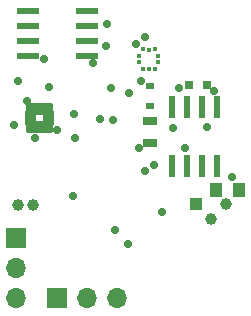
<source format=gts>
G04 #@! TF.FileFunction,Soldermask,Top*
%FSLAX46Y46*%
G04 Gerber Fmt 4.6, Leading zero omitted, Abs format (unit mm)*
G04 Created by KiCad (PCBNEW 4.0.7) date 02/03/18 21:49:53*
%MOMM*%
%LPD*%
G01*
G04 APERTURE LIST*
%ADD10C,0.100000*%
%ADD11C,0.381000*%
%ADD12R,0.300000X0.400000*%
%ADD13R,0.250000X0.400000*%
%ADD14R,0.400000X0.250000*%
%ADD15R,0.800000X0.600000*%
%ADD16R,0.400000X0.300000*%
%ADD17R,1.300000X0.700000*%
%ADD18R,1.970000X0.600000*%
%ADD19R,1.000000X1.250000*%
%ADD20R,0.800000X0.750000*%
%ADD21R,1.700000X1.700000*%
%ADD22O,1.700000X1.700000*%
%ADD23C,1.000000*%
%ADD24R,1.000000X1.000000*%
%ADD25R,0.600000X1.970000*%
%ADD26C,0.700000*%
G04 APERTURE END LIST*
D10*
D11*
G36*
X16043400Y-29175040D02*
X16043400Y-28653800D01*
X16462744Y-28653800D01*
X16462744Y-29175040D01*
X16043400Y-29175040D01*
G37*
X16043400Y-29175040D02*
X16043400Y-28653800D01*
X16462744Y-28653800D01*
X16462744Y-29175040D01*
X16043400Y-29175040D01*
G36*
X16543400Y-29178280D02*
X16543400Y-28653800D01*
X16963224Y-28653800D01*
X16963224Y-29178280D01*
X16543400Y-29178280D01*
G37*
X16543400Y-29178280D02*
X16543400Y-28653800D01*
X16963224Y-28653800D01*
X16963224Y-29178280D01*
X16543400Y-29178280D01*
G36*
X17043400Y-29176700D02*
X17043400Y-28653800D01*
X17464710Y-28653800D01*
X17464710Y-29176700D01*
X17043400Y-29176700D01*
G37*
X17043400Y-29176700D02*
X17043400Y-28653800D01*
X17464710Y-28653800D01*
X17464710Y-29176700D01*
X17043400Y-29176700D01*
G36*
X17543400Y-29176340D02*
X17543400Y-28653800D01*
X17965783Y-28653800D01*
X17965783Y-29176340D01*
X17543400Y-29176340D01*
G37*
X17543400Y-29176340D02*
X17543400Y-28653800D01*
X17965783Y-28653800D01*
X17965783Y-29176340D01*
X17543400Y-29176340D01*
G36*
X16043400Y-27646369D02*
X16043400Y-27128800D01*
X16460800Y-27128800D01*
X16460800Y-27646369D01*
X16043400Y-27646369D01*
G37*
X16043400Y-27646369D02*
X16043400Y-27128800D01*
X16460800Y-27128800D01*
X16460800Y-27646369D01*
X16043400Y-27646369D01*
G36*
X16543400Y-27647917D02*
X16543400Y-27128800D01*
X16963330Y-27128800D01*
X16963330Y-27647917D01*
X16543400Y-27647917D01*
G37*
X16543400Y-27647917D02*
X16543400Y-27128800D01*
X16963330Y-27128800D01*
X16963330Y-27647917D01*
X16543400Y-27647917D01*
G36*
X17043400Y-27648057D02*
X17043400Y-27128800D01*
X17464077Y-27128800D01*
X17464077Y-27648057D01*
X17043400Y-27648057D01*
G37*
X17043400Y-27648057D02*
X17043400Y-27128800D01*
X17464077Y-27128800D01*
X17464077Y-27648057D01*
X17043400Y-27648057D01*
G36*
X17543400Y-27646965D02*
X17543400Y-27128800D01*
X17966889Y-27128800D01*
X17966889Y-27646965D01*
X17543400Y-27646965D01*
G37*
X17543400Y-27646965D02*
X17543400Y-27128800D01*
X17966889Y-27128800D01*
X17966889Y-27646965D01*
X17543400Y-27646965D01*
G36*
X15983400Y-28614697D02*
X15983400Y-28193800D01*
X16502425Y-28193800D01*
X16502425Y-28614697D01*
X15983400Y-28614697D01*
G37*
X15983400Y-28614697D02*
X15983400Y-28193800D01*
X16502425Y-28193800D01*
X16502425Y-28614697D01*
X15983400Y-28614697D01*
G36*
X15983400Y-28113704D02*
X15983400Y-27693800D01*
X16502199Y-27693800D01*
X16502199Y-28113704D01*
X15983400Y-28113704D01*
G37*
X15983400Y-28113704D02*
X15983400Y-27693800D01*
X16502199Y-27693800D01*
X16502199Y-28113704D01*
X15983400Y-28113704D01*
G36*
X17503400Y-28615456D02*
X17503400Y-28193800D01*
X18027070Y-28193800D01*
X18027070Y-28615456D01*
X17503400Y-28615456D01*
G37*
X17503400Y-28615456D02*
X17503400Y-28193800D01*
X18027070Y-28193800D01*
X18027070Y-28615456D01*
X17503400Y-28615456D01*
G36*
X17503400Y-28113636D02*
X17503400Y-27693800D01*
X18027590Y-27693800D01*
X18027590Y-28113636D01*
X17503400Y-28113636D01*
G37*
X17503400Y-28113636D02*
X17503400Y-27693800D01*
X18027590Y-27693800D01*
X18027590Y-28113636D01*
X17503400Y-28113636D01*
D12*
X16213400Y-28953800D03*
D13*
X16753400Y-28948800D03*
X17253400Y-28948800D03*
D12*
X17793400Y-28953800D03*
D14*
X17833400Y-28403800D03*
X17833400Y-27903800D03*
D12*
X17793400Y-27353800D03*
D13*
X17253400Y-27358800D03*
X16753400Y-27358800D03*
D12*
X16213400Y-27353800D03*
D14*
X16173400Y-27903800D03*
X16173400Y-28403800D03*
D15*
X26390000Y-27140000D03*
X26390000Y-25440000D03*
D12*
X25790000Y-24010000D03*
X26300000Y-24000000D03*
X26810000Y-24010000D03*
D16*
X27100000Y-22940000D03*
X27100000Y-23450000D03*
D12*
X26810000Y-22380000D03*
X26300000Y-22400000D03*
X25790000Y-22380000D03*
D16*
X25500000Y-23450000D03*
X25500000Y-22940000D03*
D17*
X26433600Y-28435200D03*
X26433600Y-30335200D03*
D18*
X21065000Y-22915000D03*
X21065000Y-21645000D03*
X21065000Y-20375000D03*
X21065000Y-19105000D03*
X16115000Y-19105000D03*
X16115000Y-20375000D03*
X16115000Y-21645000D03*
X16115000Y-22915000D03*
D19*
X33963600Y-34265200D03*
X31963600Y-34265200D03*
D20*
X31213600Y-25365200D03*
X29713600Y-25365200D03*
D21*
X15063600Y-38365200D03*
D22*
X15063600Y-40905200D03*
X15063600Y-43445200D03*
D23*
X16463600Y-35565200D03*
X15213600Y-35565200D03*
X31533600Y-36735200D03*
X32803600Y-35465200D03*
D24*
X30263600Y-35465200D03*
D25*
X28258600Y-32240200D03*
X29528600Y-32240200D03*
X30798600Y-32240200D03*
X32068600Y-32240200D03*
X32068600Y-27290200D03*
X30798600Y-27290200D03*
X29528600Y-27290200D03*
X28258600Y-27290200D03*
D21*
X18563600Y-43465200D03*
D22*
X21103600Y-43465200D03*
X23643600Y-43465200D03*
D26*
X25963600Y-21365200D03*
X19863600Y-34765200D03*
X23463600Y-37665200D03*
X26763600Y-32165200D03*
X25663600Y-25065200D03*
X15263600Y-25065200D03*
X17863600Y-25565200D03*
X22663600Y-22065200D03*
X33363600Y-33165200D03*
X18563600Y-29165200D03*
X21563600Y-23565200D03*
X20063600Y-29865200D03*
X16663600Y-29865200D03*
X22163600Y-28265200D03*
X19963600Y-27865200D03*
X25463600Y-30765200D03*
X14863600Y-28765200D03*
X23263600Y-28365200D03*
X22763600Y-20265200D03*
X23063600Y-25665200D03*
X15963600Y-26765200D03*
X17463600Y-23165200D03*
X25263600Y-21965200D03*
X25963600Y-32665200D03*
X24663600Y-26065200D03*
X24563600Y-38865200D03*
X28363600Y-29065200D03*
X31863600Y-25865200D03*
X28863600Y-25665200D03*
X27463600Y-36165200D03*
X29363600Y-30765200D03*
X31263600Y-28965200D03*
M02*

</source>
